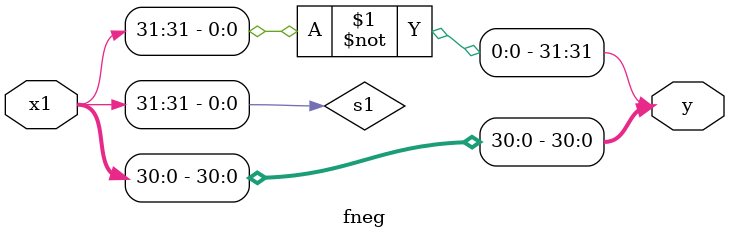
<source format=v>

module fneg(
    input wire [31:0] x1,
    output wire [31:0] y);

    wire s1;
    assign s1 = x1[31:31];

    assign y = {~x1[31:31],x1[30:0]};

endmodule

</source>
